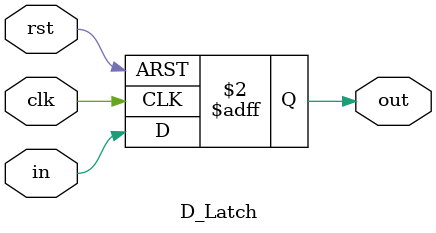
<source format=v>
module D_Latch(clk, rst, in, out) ;
	parameter n = 1 ;
	input clk, rst ;
	input [n-1:0] in ;
	output [n-1:0] out ;
	//变量类型
	reg [n-1:0] out ;
	//条件判断
	always @(posedge clk or posedge rst) begin
		if(rst)
			out <= 0 ;
		else
			out <= in ;
	end
endmodule

</source>
